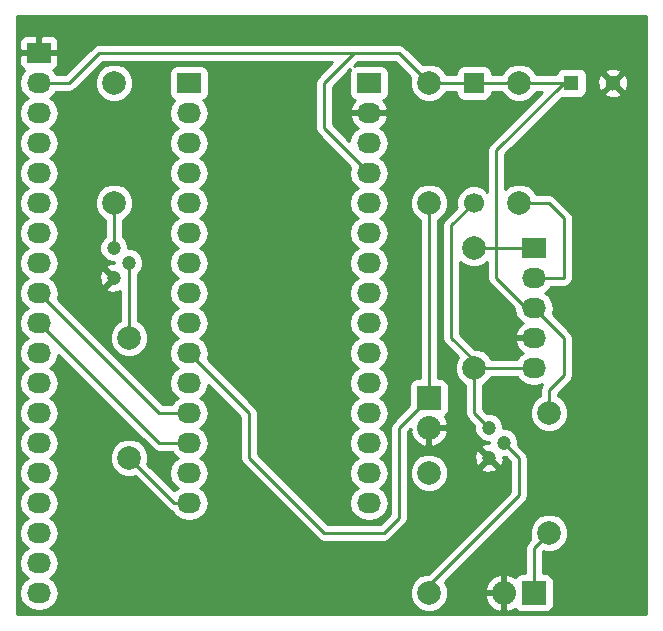
<source format=gtl>
G04 #@! TF.FileFunction,Copper,L1,Top,Signal*
%FSLAX46Y46*%
G04 Gerber Fmt 4.6, Leading zero omitted, Abs format (unit mm)*
G04 Created by KiCad (PCBNEW 4.0.4+e1-6308~48~ubuntu16.04.1-stable) date Mon Oct 24 14:40:12 2016*
%MOMM*%
%LPD*%
G01*
G04 APERTURE LIST*
%ADD10C,0.100000*%
%ADD11R,2.032000X1.727200*%
%ADD12O,2.032000X1.727200*%
%ADD13C,1.998980*%
%ADD14C,1.200000*%
%ADD15R,2.032000X2.032000*%
%ADD16O,2.032000X2.032000*%
%ADD17C,1.699260*%
%ADD18R,1.699260X1.699260*%
%ADD19C,1.300000*%
%ADD20R,1.300000X1.300000*%
%ADD21C,0.250000*%
%ADD22C,0.254000*%
G04 APERTURE END LIST*
D10*
D11*
X31750000Y-76200000D03*
D12*
X31750000Y-78740000D03*
X31750000Y-81280000D03*
X31750000Y-83820000D03*
X31750000Y-86360000D03*
X31750000Y-88900000D03*
X31750000Y-91440000D03*
X31750000Y-93980000D03*
X31750000Y-96520000D03*
X31750000Y-99060000D03*
X31750000Y-101600000D03*
X31750000Y-104140000D03*
X31750000Y-106680000D03*
X31750000Y-109220000D03*
X31750000Y-111760000D03*
X31750000Y-114300000D03*
X31750000Y-116840000D03*
X31750000Y-119380000D03*
X31750000Y-121920000D03*
D13*
X72390000Y-88900000D03*
X72390000Y-78740000D03*
X68580000Y-92710000D03*
X68580000Y-102870000D03*
X64770000Y-121920000D03*
X64770000Y-111760000D03*
X39370000Y-110490000D03*
X39370000Y-100330000D03*
X38100000Y-78740000D03*
X38100000Y-88900000D03*
D14*
X38100000Y-95250000D03*
X39370000Y-93980000D03*
X38100000Y-92710000D03*
D15*
X73660000Y-121920000D03*
D16*
X71120000Y-121920000D03*
D15*
X64770000Y-105410000D03*
D16*
X64770000Y-107950000D03*
D11*
X73660000Y-92710000D03*
D12*
X73660000Y-95250000D03*
X73660000Y-97790000D03*
X73660000Y-100330000D03*
X73660000Y-102870000D03*
D11*
X59690000Y-78740000D03*
D12*
X59690000Y-81280000D03*
X59690000Y-83820000D03*
X59690000Y-86360000D03*
X59690000Y-88900000D03*
X59690000Y-91440000D03*
X59690000Y-93980000D03*
X59690000Y-96520000D03*
X59690000Y-99060000D03*
X59690000Y-101600000D03*
X59690000Y-104140000D03*
X59690000Y-106680000D03*
X59690000Y-109220000D03*
X59690000Y-111760000D03*
X59690000Y-114300000D03*
D11*
X44450000Y-78740000D03*
D12*
X44450000Y-81280000D03*
X44450000Y-83820000D03*
X44450000Y-86360000D03*
X44450000Y-88900000D03*
X44450000Y-91440000D03*
X44450000Y-93980000D03*
X44450000Y-96520000D03*
X44450000Y-99060000D03*
X44450000Y-101600000D03*
X44450000Y-104140000D03*
X44450000Y-106680000D03*
X44450000Y-109220000D03*
X44450000Y-111760000D03*
X44450000Y-114300000D03*
D17*
X68582540Y-88900520D03*
D18*
X68582540Y-78740520D03*
D13*
X74930000Y-106680000D03*
X74930000Y-116840000D03*
X64770000Y-78740000D03*
X64770000Y-88900000D03*
D14*
X69850000Y-110490000D03*
X71120000Y-109220000D03*
X69850000Y-107950000D03*
D19*
X80335000Y-78740000D03*
D20*
X76835000Y-78740000D03*
D21*
X66675000Y-90808060D02*
X68582540Y-88900520D01*
X68582540Y-88900520D02*
X68582540Y-88902540D01*
X66675000Y-100330000D02*
X66675000Y-90808060D01*
X68580000Y-106680000D02*
X69850000Y-107950000D01*
X68580000Y-102870000D02*
X68580000Y-106680000D01*
X68580000Y-102870000D02*
X68580000Y-102235000D01*
X68580000Y-102235000D02*
X66675000Y-100330000D01*
X68580000Y-102870000D02*
X73660000Y-102870000D01*
X44450000Y-106680000D02*
X41910000Y-106680000D01*
X41910000Y-106680000D02*
X31750000Y-96520000D01*
X38100000Y-88900000D02*
X38100000Y-92710000D01*
X70485000Y-92710000D02*
X68580000Y-92710000D01*
X70485000Y-95250000D02*
X70485000Y-92710000D01*
X70485000Y-84455000D02*
X70485000Y-92710000D01*
X73025000Y-97790000D02*
X70485000Y-95250000D01*
X73660000Y-92710000D02*
X70485000Y-92710000D01*
X73660000Y-97790000D02*
X73025000Y-97790000D01*
X76200000Y-100330000D02*
X73660000Y-97790000D01*
X76200000Y-103505000D02*
X76200000Y-100330000D01*
X74930000Y-104775000D02*
X76200000Y-103505000D01*
X31750000Y-78740000D02*
X34290000Y-78740000D01*
X36830000Y-76200000D02*
X58420000Y-76200000D01*
X34290000Y-78740000D02*
X36830000Y-76200000D01*
X55880000Y-78740000D02*
X58420000Y-76200000D01*
X62230000Y-76200000D02*
X64770000Y-78740000D01*
X58420000Y-76200000D02*
X62230000Y-76200000D01*
X55880000Y-82550000D02*
X59690000Y-86360000D01*
X55880000Y-78740000D02*
X55880000Y-82550000D01*
X76835000Y-78740000D02*
X76200000Y-78740000D01*
X76200000Y-78740000D02*
X70485000Y-84455000D01*
X68582540Y-78740520D02*
X72389480Y-78740520D01*
X64770000Y-78740000D02*
X68582020Y-78740000D01*
X68582020Y-78740000D02*
X68582540Y-78740520D01*
X68582020Y-78740000D02*
X68582540Y-78740520D01*
X74930000Y-106680000D02*
X74930000Y-104775000D01*
X72390000Y-78740000D02*
X76835000Y-78740000D01*
X72389480Y-78740520D02*
X72390000Y-78740000D01*
X72389480Y-78740520D02*
X72390000Y-78740000D01*
X39370000Y-93980000D02*
X39370000Y-100330000D01*
X73660000Y-118110000D02*
X74930000Y-116840000D01*
X73660000Y-121920000D02*
X73660000Y-118110000D01*
X64770000Y-121920000D02*
X64770000Y-121285000D01*
X64770000Y-121285000D02*
X72390000Y-113665000D01*
X72390000Y-113665000D02*
X72390000Y-110490000D01*
X72390000Y-110490000D02*
X71120000Y-109220000D01*
X72390000Y-88900000D02*
X74930000Y-88900000D01*
X74930000Y-88900000D02*
X76200000Y-90170000D01*
X76200000Y-90170000D02*
X76200000Y-95250000D01*
X76200000Y-95250000D02*
X73660000Y-95250000D01*
X64770000Y-105410000D02*
X64770000Y-88900000D01*
X64770000Y-105410000D02*
X62230000Y-107950000D01*
X62230000Y-107950000D02*
X62230000Y-115570000D01*
X62230000Y-115570000D02*
X60960000Y-116840000D01*
X60960000Y-116840000D02*
X55880000Y-116840000D01*
X55880000Y-116840000D02*
X49530000Y-110490000D01*
X49530000Y-110490000D02*
X49530000Y-106680000D01*
X49530000Y-106680000D02*
X44450000Y-101600000D01*
X44450000Y-114300000D02*
X43180000Y-114300000D01*
X43180000Y-114300000D02*
X39370000Y-110490000D01*
X44450000Y-109220000D02*
X41910000Y-109220000D01*
X41910000Y-109220000D02*
X31750000Y-99060000D01*
D22*
G36*
X83110000Y-123750000D02*
X29920000Y-123750000D01*
X29920000Y-78740000D01*
X30066655Y-78740000D01*
X30180729Y-79313489D01*
X30505585Y-79799670D01*
X30820366Y-80010000D01*
X30505585Y-80220330D01*
X30180729Y-80706511D01*
X30066655Y-81280000D01*
X30180729Y-81853489D01*
X30505585Y-82339670D01*
X30820366Y-82550000D01*
X30505585Y-82760330D01*
X30180729Y-83246511D01*
X30066655Y-83820000D01*
X30180729Y-84393489D01*
X30505585Y-84879670D01*
X30820366Y-85090000D01*
X30505585Y-85300330D01*
X30180729Y-85786511D01*
X30066655Y-86360000D01*
X30180729Y-86933489D01*
X30505585Y-87419670D01*
X30820366Y-87630000D01*
X30505585Y-87840330D01*
X30180729Y-88326511D01*
X30066655Y-88900000D01*
X30180729Y-89473489D01*
X30505585Y-89959670D01*
X30820366Y-90170000D01*
X30505585Y-90380330D01*
X30180729Y-90866511D01*
X30066655Y-91440000D01*
X30180729Y-92013489D01*
X30505585Y-92499670D01*
X30820366Y-92710000D01*
X30505585Y-92920330D01*
X30180729Y-93406511D01*
X30066655Y-93980000D01*
X30180729Y-94553489D01*
X30505585Y-95039670D01*
X30820366Y-95250000D01*
X30505585Y-95460330D01*
X30180729Y-95946511D01*
X30066655Y-96520000D01*
X30180729Y-97093489D01*
X30505585Y-97579670D01*
X30820366Y-97790000D01*
X30505585Y-98000330D01*
X30180729Y-98486511D01*
X30066655Y-99060000D01*
X30180729Y-99633489D01*
X30505585Y-100119670D01*
X30820366Y-100330000D01*
X30505585Y-100540330D01*
X30180729Y-101026511D01*
X30066655Y-101600000D01*
X30180729Y-102173489D01*
X30505585Y-102659670D01*
X30820366Y-102870000D01*
X30505585Y-103080330D01*
X30180729Y-103566511D01*
X30066655Y-104140000D01*
X30180729Y-104713489D01*
X30505585Y-105199670D01*
X30820366Y-105410000D01*
X30505585Y-105620330D01*
X30180729Y-106106511D01*
X30066655Y-106680000D01*
X30180729Y-107253489D01*
X30505585Y-107739670D01*
X30820366Y-107950000D01*
X30505585Y-108160330D01*
X30180729Y-108646511D01*
X30066655Y-109220000D01*
X30180729Y-109793489D01*
X30505585Y-110279670D01*
X30820366Y-110490000D01*
X30505585Y-110700330D01*
X30180729Y-111186511D01*
X30066655Y-111760000D01*
X30180729Y-112333489D01*
X30505585Y-112819670D01*
X30820366Y-113030000D01*
X30505585Y-113240330D01*
X30180729Y-113726511D01*
X30066655Y-114300000D01*
X30180729Y-114873489D01*
X30505585Y-115359670D01*
X30820366Y-115570000D01*
X30505585Y-115780330D01*
X30180729Y-116266511D01*
X30066655Y-116840000D01*
X30180729Y-117413489D01*
X30505585Y-117899670D01*
X30820366Y-118110000D01*
X30505585Y-118320330D01*
X30180729Y-118806511D01*
X30066655Y-119380000D01*
X30180729Y-119953489D01*
X30505585Y-120439670D01*
X30820366Y-120650000D01*
X30505585Y-120860330D01*
X30180729Y-121346511D01*
X30066655Y-121920000D01*
X30180729Y-122493489D01*
X30505585Y-122979670D01*
X30991766Y-123304526D01*
X31565255Y-123418600D01*
X31934745Y-123418600D01*
X32508234Y-123304526D01*
X32994415Y-122979670D01*
X33319271Y-122493489D01*
X33433345Y-121920000D01*
X33319271Y-121346511D01*
X32994415Y-120860330D01*
X32679634Y-120650000D01*
X32994415Y-120439670D01*
X33319271Y-119953489D01*
X33433345Y-119380000D01*
X33319271Y-118806511D01*
X32994415Y-118320330D01*
X32679634Y-118110000D01*
X32994415Y-117899670D01*
X33319271Y-117413489D01*
X33433345Y-116840000D01*
X33319271Y-116266511D01*
X32994415Y-115780330D01*
X32679634Y-115570000D01*
X32994415Y-115359670D01*
X33319271Y-114873489D01*
X33433345Y-114300000D01*
X33319271Y-113726511D01*
X32994415Y-113240330D01*
X32679634Y-113030000D01*
X32994415Y-112819670D01*
X33319271Y-112333489D01*
X33433345Y-111760000D01*
X33319271Y-111186511D01*
X32994415Y-110700330D01*
X32679634Y-110490000D01*
X32994415Y-110279670D01*
X33319271Y-109793489D01*
X33433345Y-109220000D01*
X33319271Y-108646511D01*
X32994415Y-108160330D01*
X32679634Y-107950000D01*
X32994415Y-107739670D01*
X33319271Y-107253489D01*
X33433345Y-106680000D01*
X33319271Y-106106511D01*
X32994415Y-105620330D01*
X32679634Y-105410000D01*
X32994415Y-105199670D01*
X33319271Y-104713489D01*
X33433345Y-104140000D01*
X33319271Y-103566511D01*
X32994415Y-103080330D01*
X32679634Y-102870000D01*
X32994415Y-102659670D01*
X33319271Y-102173489D01*
X33397152Y-101781954D01*
X41372599Y-109757401D01*
X41619161Y-109922148D01*
X41910000Y-109980000D01*
X43005352Y-109980000D01*
X43205585Y-110279670D01*
X43520366Y-110490000D01*
X43205585Y-110700330D01*
X42880729Y-111186511D01*
X42766655Y-111760000D01*
X42880729Y-112333489D01*
X43205585Y-112819670D01*
X43520366Y-113030000D01*
X43205585Y-113240330D01*
X43201398Y-113246596D01*
X40935885Y-110981083D01*
X41004206Y-110816547D01*
X41004774Y-110166306D01*
X40756462Y-109565345D01*
X40297073Y-109105154D01*
X39696547Y-108855794D01*
X39046306Y-108855226D01*
X38445345Y-109103538D01*
X37985154Y-109562927D01*
X37735794Y-110163453D01*
X37735226Y-110813694D01*
X37983538Y-111414655D01*
X38442927Y-111874846D01*
X39043453Y-112124206D01*
X39693694Y-112124774D01*
X39860889Y-112055691D01*
X42642599Y-114837401D01*
X42889161Y-115002148D01*
X42978581Y-115019935D01*
X43205585Y-115359670D01*
X43691766Y-115684526D01*
X44265255Y-115798600D01*
X44634745Y-115798600D01*
X45208234Y-115684526D01*
X45694415Y-115359670D01*
X46019271Y-114873489D01*
X46133345Y-114300000D01*
X46019271Y-113726511D01*
X45694415Y-113240330D01*
X45379634Y-113030000D01*
X45694415Y-112819670D01*
X46019271Y-112333489D01*
X46133345Y-111760000D01*
X46019271Y-111186511D01*
X45694415Y-110700330D01*
X45379634Y-110490000D01*
X45694415Y-110279670D01*
X46019271Y-109793489D01*
X46133345Y-109220000D01*
X46019271Y-108646511D01*
X45694415Y-108160330D01*
X45379634Y-107950000D01*
X45694415Y-107739670D01*
X46019271Y-107253489D01*
X46133345Y-106680000D01*
X46019271Y-106106511D01*
X45694415Y-105620330D01*
X45379634Y-105410000D01*
X45694415Y-105199670D01*
X46019271Y-104713489D01*
X46097152Y-104321954D01*
X48770000Y-106994802D01*
X48770000Y-110490000D01*
X48827852Y-110780839D01*
X48992599Y-111027401D01*
X55342599Y-117377401D01*
X55589161Y-117542148D01*
X55880000Y-117600000D01*
X60960000Y-117600000D01*
X61250839Y-117542148D01*
X61497401Y-117377401D01*
X62767401Y-116107401D01*
X62932148Y-115860840D01*
X62990000Y-115570000D01*
X62990000Y-112083694D01*
X63135226Y-112083694D01*
X63383538Y-112684655D01*
X63842927Y-113144846D01*
X64443453Y-113394206D01*
X65093694Y-113394774D01*
X65694655Y-113146462D01*
X66154846Y-112687073D01*
X66404206Y-112086547D01*
X66404774Y-111436306D01*
X66370244Y-111352735D01*
X69166870Y-111352735D01*
X69216383Y-111578164D01*
X69681036Y-111737807D01*
X70171413Y-111707482D01*
X70483617Y-111578164D01*
X70533130Y-111352735D01*
X69850000Y-110669605D01*
X69166870Y-111352735D01*
X66370244Y-111352735D01*
X66156462Y-110835345D01*
X65697073Y-110375154D01*
X65566743Y-110321036D01*
X68602193Y-110321036D01*
X68632518Y-110811413D01*
X68761836Y-111123617D01*
X68987265Y-111173130D01*
X69670395Y-110490000D01*
X68987265Y-109806870D01*
X68761836Y-109856383D01*
X68602193Y-110321036D01*
X65566743Y-110321036D01*
X65096547Y-110125794D01*
X64446306Y-110125226D01*
X63845345Y-110373538D01*
X63385154Y-110832927D01*
X63135794Y-111433453D01*
X63135226Y-112083694D01*
X62990000Y-112083694D01*
X62990000Y-108264802D01*
X63177800Y-108077002D01*
X63282632Y-108077002D01*
X63164017Y-108332946D01*
X63432812Y-108918379D01*
X63905182Y-109356385D01*
X64387056Y-109555975D01*
X64643000Y-109436836D01*
X64643000Y-108077000D01*
X64897000Y-108077000D01*
X64897000Y-109436836D01*
X65152944Y-109555975D01*
X65634818Y-109356385D01*
X66107188Y-108918379D01*
X66375983Y-108332946D01*
X66257367Y-108077000D01*
X64897000Y-108077000D01*
X64643000Y-108077000D01*
X64623000Y-108077000D01*
X64623000Y-107823000D01*
X64643000Y-107823000D01*
X64643000Y-107803000D01*
X64897000Y-107803000D01*
X64897000Y-107823000D01*
X66257367Y-107823000D01*
X66375983Y-107567054D01*
X66107188Y-106981621D01*
X66102276Y-106977066D01*
X66237441Y-106890090D01*
X66382431Y-106677890D01*
X66433440Y-106426000D01*
X66433440Y-104394000D01*
X66389162Y-104158683D01*
X66250090Y-103942559D01*
X66037890Y-103797569D01*
X65786000Y-103746560D01*
X65530000Y-103746560D01*
X65530000Y-90354496D01*
X65694655Y-90286462D01*
X66154846Y-89827073D01*
X66404206Y-89226547D01*
X66404774Y-88576306D01*
X66156462Y-87975345D01*
X65697073Y-87515154D01*
X65096547Y-87265794D01*
X64446306Y-87265226D01*
X63845345Y-87513538D01*
X63385154Y-87972927D01*
X63135794Y-88573453D01*
X63135226Y-89223694D01*
X63383538Y-89824655D01*
X63842927Y-90284846D01*
X64010000Y-90354221D01*
X64010000Y-103746560D01*
X63754000Y-103746560D01*
X63518683Y-103790838D01*
X63302559Y-103929910D01*
X63157569Y-104142110D01*
X63106560Y-104394000D01*
X63106560Y-105998638D01*
X61692599Y-107412599D01*
X61527852Y-107659161D01*
X61470000Y-107950000D01*
X61470000Y-115255198D01*
X60645198Y-116080000D01*
X56194802Y-116080000D01*
X50290000Y-110175198D01*
X50290000Y-106680000D01*
X50232148Y-106389161D01*
X50067401Y-106142599D01*
X46032381Y-102107579D01*
X46133345Y-101600000D01*
X46019271Y-101026511D01*
X45694415Y-100540330D01*
X45379634Y-100330000D01*
X45694415Y-100119670D01*
X46019271Y-99633489D01*
X46133345Y-99060000D01*
X46019271Y-98486511D01*
X45694415Y-98000330D01*
X45379634Y-97790000D01*
X45694415Y-97579670D01*
X46019271Y-97093489D01*
X46133345Y-96520000D01*
X46019271Y-95946511D01*
X45694415Y-95460330D01*
X45379634Y-95250000D01*
X45694415Y-95039670D01*
X46019271Y-94553489D01*
X46133345Y-93980000D01*
X46019271Y-93406511D01*
X45694415Y-92920330D01*
X45379634Y-92710000D01*
X45694415Y-92499670D01*
X46019271Y-92013489D01*
X46133345Y-91440000D01*
X46019271Y-90866511D01*
X45694415Y-90380330D01*
X45379634Y-90170000D01*
X45694415Y-89959670D01*
X46019271Y-89473489D01*
X46133345Y-88900000D01*
X46019271Y-88326511D01*
X45694415Y-87840330D01*
X45379634Y-87630000D01*
X45694415Y-87419670D01*
X46019271Y-86933489D01*
X46133345Y-86360000D01*
X46019271Y-85786511D01*
X45694415Y-85300330D01*
X45379634Y-85090000D01*
X45694415Y-84879670D01*
X46019271Y-84393489D01*
X46133345Y-83820000D01*
X46019271Y-83246511D01*
X45694415Y-82760330D01*
X45379634Y-82550000D01*
X45694415Y-82339670D01*
X46019271Y-81853489D01*
X46133345Y-81280000D01*
X46019271Y-80706511D01*
X45694415Y-80220330D01*
X45680087Y-80210757D01*
X45701317Y-80206762D01*
X45917441Y-80067690D01*
X46062431Y-79855490D01*
X46113440Y-79603600D01*
X46113440Y-77876400D01*
X46069162Y-77641083D01*
X45930090Y-77424959D01*
X45717890Y-77279969D01*
X45466000Y-77228960D01*
X43434000Y-77228960D01*
X43198683Y-77273238D01*
X42982559Y-77412310D01*
X42837569Y-77624510D01*
X42786560Y-77876400D01*
X42786560Y-79603600D01*
X42830838Y-79838917D01*
X42969910Y-80055041D01*
X43182110Y-80200031D01*
X43223439Y-80208400D01*
X43205585Y-80220330D01*
X42880729Y-80706511D01*
X42766655Y-81280000D01*
X42880729Y-81853489D01*
X43205585Y-82339670D01*
X43520366Y-82550000D01*
X43205585Y-82760330D01*
X42880729Y-83246511D01*
X42766655Y-83820000D01*
X42880729Y-84393489D01*
X43205585Y-84879670D01*
X43520366Y-85090000D01*
X43205585Y-85300330D01*
X42880729Y-85786511D01*
X42766655Y-86360000D01*
X42880729Y-86933489D01*
X43205585Y-87419670D01*
X43520366Y-87630000D01*
X43205585Y-87840330D01*
X42880729Y-88326511D01*
X42766655Y-88900000D01*
X42880729Y-89473489D01*
X43205585Y-89959670D01*
X43520366Y-90170000D01*
X43205585Y-90380330D01*
X42880729Y-90866511D01*
X42766655Y-91440000D01*
X42880729Y-92013489D01*
X43205585Y-92499670D01*
X43520366Y-92710000D01*
X43205585Y-92920330D01*
X42880729Y-93406511D01*
X42766655Y-93980000D01*
X42880729Y-94553489D01*
X43205585Y-95039670D01*
X43520366Y-95250000D01*
X43205585Y-95460330D01*
X42880729Y-95946511D01*
X42766655Y-96520000D01*
X42880729Y-97093489D01*
X43205585Y-97579670D01*
X43520366Y-97790000D01*
X43205585Y-98000330D01*
X42880729Y-98486511D01*
X42766655Y-99060000D01*
X42880729Y-99633489D01*
X43205585Y-100119670D01*
X43520366Y-100330000D01*
X43205585Y-100540330D01*
X42880729Y-101026511D01*
X42766655Y-101600000D01*
X42880729Y-102173489D01*
X43205585Y-102659670D01*
X43520366Y-102870000D01*
X43205585Y-103080330D01*
X42880729Y-103566511D01*
X42766655Y-104140000D01*
X42880729Y-104713489D01*
X43205585Y-105199670D01*
X43520366Y-105410000D01*
X43205585Y-105620330D01*
X43005352Y-105920000D01*
X42224802Y-105920000D01*
X33332381Y-97027579D01*
X33433345Y-96520000D01*
X33319271Y-95946511D01*
X32994415Y-95460330D01*
X32679634Y-95250000D01*
X32932506Y-95081036D01*
X36852193Y-95081036D01*
X36882518Y-95571413D01*
X37011836Y-95883617D01*
X37237265Y-95933130D01*
X37920395Y-95250000D01*
X37237265Y-94566870D01*
X37011836Y-94616383D01*
X36852193Y-95081036D01*
X32932506Y-95081036D01*
X32994415Y-95039670D01*
X33319271Y-94553489D01*
X33433345Y-93980000D01*
X33319271Y-93406511D01*
X32994415Y-92920330D01*
X32679634Y-92710000D01*
X32994415Y-92499670D01*
X33319271Y-92013489D01*
X33433345Y-91440000D01*
X33319271Y-90866511D01*
X32994415Y-90380330D01*
X32679634Y-90170000D01*
X32994415Y-89959670D01*
X33319271Y-89473489D01*
X33368958Y-89223694D01*
X36465226Y-89223694D01*
X36713538Y-89824655D01*
X37172927Y-90284846D01*
X37340000Y-90354221D01*
X37340000Y-91723644D01*
X37053629Y-92009515D01*
X36865215Y-92463266D01*
X36864786Y-92954579D01*
X37052408Y-93408657D01*
X37399515Y-93756371D01*
X37853266Y-93944785D01*
X38135030Y-93945031D01*
X38134973Y-94010479D01*
X37778587Y-94032518D01*
X37466383Y-94161836D01*
X37416870Y-94387265D01*
X38100000Y-95070395D01*
X38114143Y-95056253D01*
X38293748Y-95235858D01*
X38279605Y-95250000D01*
X38293748Y-95264143D01*
X38114143Y-95443748D01*
X38100000Y-95429605D01*
X37416870Y-96112735D01*
X37466383Y-96338164D01*
X37931036Y-96497807D01*
X38421413Y-96467482D01*
X38610000Y-96389367D01*
X38610000Y-98875504D01*
X38445345Y-98943538D01*
X37985154Y-99402927D01*
X37735794Y-100003453D01*
X37735226Y-100653694D01*
X37983538Y-101254655D01*
X38442927Y-101714846D01*
X39043453Y-101964206D01*
X39693694Y-101964774D01*
X40294655Y-101716462D01*
X40754846Y-101257073D01*
X41004206Y-100656547D01*
X41004774Y-100006306D01*
X40756462Y-99405345D01*
X40297073Y-98945154D01*
X40130000Y-98875779D01*
X40130000Y-94966356D01*
X40416371Y-94680485D01*
X40604785Y-94226734D01*
X40605214Y-93735421D01*
X40417592Y-93281343D01*
X40070485Y-92933629D01*
X39616734Y-92745215D01*
X39334970Y-92744969D01*
X39335214Y-92465421D01*
X39147592Y-92011343D01*
X38860000Y-91723248D01*
X38860000Y-90354496D01*
X39024655Y-90286462D01*
X39484846Y-89827073D01*
X39734206Y-89226547D01*
X39734774Y-88576306D01*
X39486462Y-87975345D01*
X39027073Y-87515154D01*
X38426547Y-87265794D01*
X37776306Y-87265226D01*
X37175345Y-87513538D01*
X36715154Y-87972927D01*
X36465794Y-88573453D01*
X36465226Y-89223694D01*
X33368958Y-89223694D01*
X33433345Y-88900000D01*
X33319271Y-88326511D01*
X32994415Y-87840330D01*
X32679634Y-87630000D01*
X32994415Y-87419670D01*
X33319271Y-86933489D01*
X33433345Y-86360000D01*
X33319271Y-85786511D01*
X32994415Y-85300330D01*
X32679634Y-85090000D01*
X32994415Y-84879670D01*
X33319271Y-84393489D01*
X33433345Y-83820000D01*
X33319271Y-83246511D01*
X32994415Y-82760330D01*
X32679634Y-82550000D01*
X32994415Y-82339670D01*
X33319271Y-81853489D01*
X33433345Y-81280000D01*
X33319271Y-80706511D01*
X32994415Y-80220330D01*
X32679634Y-80010000D01*
X32994415Y-79799670D01*
X33194648Y-79500000D01*
X34290000Y-79500000D01*
X34580839Y-79442148D01*
X34827401Y-79277401D01*
X35041108Y-79063694D01*
X36465226Y-79063694D01*
X36713538Y-79664655D01*
X37172927Y-80124846D01*
X37773453Y-80374206D01*
X38423694Y-80374774D01*
X39024655Y-80126462D01*
X39484846Y-79667073D01*
X39734206Y-79066547D01*
X39734774Y-78416306D01*
X39486462Y-77815345D01*
X39027073Y-77355154D01*
X38426547Y-77105794D01*
X37776306Y-77105226D01*
X37175345Y-77353538D01*
X36715154Y-77812927D01*
X36465794Y-78413453D01*
X36465226Y-79063694D01*
X35041108Y-79063694D01*
X37144802Y-76960000D01*
X56585198Y-76960000D01*
X55342599Y-78202599D01*
X55177852Y-78449161D01*
X55120000Y-78740000D01*
X55120000Y-82550000D01*
X55177852Y-82840839D01*
X55342599Y-83087401D01*
X58107619Y-85852421D01*
X58006655Y-86360000D01*
X58120729Y-86933489D01*
X58445585Y-87419670D01*
X58760366Y-87630000D01*
X58445585Y-87840330D01*
X58120729Y-88326511D01*
X58006655Y-88900000D01*
X58120729Y-89473489D01*
X58445585Y-89959670D01*
X58760366Y-90170000D01*
X58445585Y-90380330D01*
X58120729Y-90866511D01*
X58006655Y-91440000D01*
X58120729Y-92013489D01*
X58445585Y-92499670D01*
X58760366Y-92710000D01*
X58445585Y-92920330D01*
X58120729Y-93406511D01*
X58006655Y-93980000D01*
X58120729Y-94553489D01*
X58445585Y-95039670D01*
X58760366Y-95250000D01*
X58445585Y-95460330D01*
X58120729Y-95946511D01*
X58006655Y-96520000D01*
X58120729Y-97093489D01*
X58445585Y-97579670D01*
X58760366Y-97790000D01*
X58445585Y-98000330D01*
X58120729Y-98486511D01*
X58006655Y-99060000D01*
X58120729Y-99633489D01*
X58445585Y-100119670D01*
X58760366Y-100330000D01*
X58445585Y-100540330D01*
X58120729Y-101026511D01*
X58006655Y-101600000D01*
X58120729Y-102173489D01*
X58445585Y-102659670D01*
X58760366Y-102870000D01*
X58445585Y-103080330D01*
X58120729Y-103566511D01*
X58006655Y-104140000D01*
X58120729Y-104713489D01*
X58445585Y-105199670D01*
X58760366Y-105410000D01*
X58445585Y-105620330D01*
X58120729Y-106106511D01*
X58006655Y-106680000D01*
X58120729Y-107253489D01*
X58445585Y-107739670D01*
X58760366Y-107950000D01*
X58445585Y-108160330D01*
X58120729Y-108646511D01*
X58006655Y-109220000D01*
X58120729Y-109793489D01*
X58445585Y-110279670D01*
X58760366Y-110490000D01*
X58445585Y-110700330D01*
X58120729Y-111186511D01*
X58006655Y-111760000D01*
X58120729Y-112333489D01*
X58445585Y-112819670D01*
X58760366Y-113030000D01*
X58445585Y-113240330D01*
X58120729Y-113726511D01*
X58006655Y-114300000D01*
X58120729Y-114873489D01*
X58445585Y-115359670D01*
X58931766Y-115684526D01*
X59505255Y-115798600D01*
X59874745Y-115798600D01*
X60448234Y-115684526D01*
X60934415Y-115359670D01*
X61259271Y-114873489D01*
X61373345Y-114300000D01*
X61259271Y-113726511D01*
X60934415Y-113240330D01*
X60619634Y-113030000D01*
X60934415Y-112819670D01*
X61259271Y-112333489D01*
X61373345Y-111760000D01*
X61259271Y-111186511D01*
X60934415Y-110700330D01*
X60619634Y-110490000D01*
X60934415Y-110279670D01*
X61259271Y-109793489D01*
X61373345Y-109220000D01*
X61259271Y-108646511D01*
X60934415Y-108160330D01*
X60619634Y-107950000D01*
X60934415Y-107739670D01*
X61259271Y-107253489D01*
X61373345Y-106680000D01*
X61259271Y-106106511D01*
X60934415Y-105620330D01*
X60619634Y-105410000D01*
X60934415Y-105199670D01*
X61259271Y-104713489D01*
X61373345Y-104140000D01*
X61259271Y-103566511D01*
X60934415Y-103080330D01*
X60619634Y-102870000D01*
X60934415Y-102659670D01*
X61259271Y-102173489D01*
X61373345Y-101600000D01*
X61259271Y-101026511D01*
X60934415Y-100540330D01*
X60619634Y-100330000D01*
X60934415Y-100119670D01*
X61259271Y-99633489D01*
X61373345Y-99060000D01*
X61259271Y-98486511D01*
X60934415Y-98000330D01*
X60619634Y-97790000D01*
X60934415Y-97579670D01*
X61259271Y-97093489D01*
X61373345Y-96520000D01*
X61259271Y-95946511D01*
X60934415Y-95460330D01*
X60619634Y-95250000D01*
X60934415Y-95039670D01*
X61259271Y-94553489D01*
X61373345Y-93980000D01*
X61259271Y-93406511D01*
X60934415Y-92920330D01*
X60619634Y-92710000D01*
X60934415Y-92499670D01*
X61259271Y-92013489D01*
X61373345Y-91440000D01*
X61259271Y-90866511D01*
X60934415Y-90380330D01*
X60619634Y-90170000D01*
X60934415Y-89959670D01*
X61259271Y-89473489D01*
X61373345Y-88900000D01*
X61259271Y-88326511D01*
X60934415Y-87840330D01*
X60619634Y-87630000D01*
X60934415Y-87419670D01*
X61259271Y-86933489D01*
X61373345Y-86360000D01*
X61259271Y-85786511D01*
X60934415Y-85300330D01*
X60619634Y-85090000D01*
X60934415Y-84879670D01*
X61259271Y-84393489D01*
X61373345Y-83820000D01*
X61259271Y-83246511D01*
X60934415Y-82760330D01*
X60624931Y-82553539D01*
X61040732Y-82182036D01*
X61294709Y-81654791D01*
X61297358Y-81639026D01*
X61176217Y-81407000D01*
X59817000Y-81407000D01*
X59817000Y-81427000D01*
X59563000Y-81427000D01*
X59563000Y-81407000D01*
X58203783Y-81407000D01*
X58082642Y-81639026D01*
X58085291Y-81654791D01*
X58339268Y-82182036D01*
X58755069Y-82553539D01*
X58445585Y-82760330D01*
X58120729Y-83246511D01*
X58042848Y-83638046D01*
X56640000Y-82235198D01*
X56640000Y-79054802D01*
X58093267Y-77601535D01*
X58077569Y-77624510D01*
X58026560Y-77876400D01*
X58026560Y-79603600D01*
X58070838Y-79838917D01*
X58209910Y-80055041D01*
X58422110Y-80200031D01*
X58516927Y-80219232D01*
X58339268Y-80377964D01*
X58085291Y-80905209D01*
X58082642Y-80920974D01*
X58203783Y-81153000D01*
X59563000Y-81153000D01*
X59563000Y-81133000D01*
X59817000Y-81133000D01*
X59817000Y-81153000D01*
X61176217Y-81153000D01*
X61297358Y-80920974D01*
X61294709Y-80905209D01*
X61040732Y-80377964D01*
X60865155Y-80221093D01*
X60941317Y-80206762D01*
X61157441Y-80067690D01*
X61302431Y-79855490D01*
X61353440Y-79603600D01*
X61353440Y-77876400D01*
X61309162Y-77641083D01*
X61170090Y-77424959D01*
X60957890Y-77279969D01*
X60706000Y-77228960D01*
X58674000Y-77228960D01*
X58438683Y-77273238D01*
X58390666Y-77304136D01*
X58734802Y-76960000D01*
X61915198Y-76960000D01*
X63204115Y-78248917D01*
X63135794Y-78413453D01*
X63135226Y-79063694D01*
X63383538Y-79664655D01*
X63842927Y-80124846D01*
X64443453Y-80374206D01*
X65093694Y-80374774D01*
X65694655Y-80126462D01*
X66154846Y-79667073D01*
X66224221Y-79500000D01*
X67085470Y-79500000D01*
X67085470Y-79590150D01*
X67129748Y-79825467D01*
X67268820Y-80041591D01*
X67481020Y-80186581D01*
X67732910Y-80237590D01*
X69432170Y-80237590D01*
X69667487Y-80193312D01*
X69883611Y-80054240D01*
X70028601Y-79842040D01*
X70079610Y-79590150D01*
X70079610Y-79500520D01*
X70935719Y-79500520D01*
X71003538Y-79664655D01*
X71462927Y-80124846D01*
X72063453Y-80374206D01*
X72713694Y-80374774D01*
X73314655Y-80126462D01*
X73774846Y-79667073D01*
X73844221Y-79500000D01*
X74365197Y-79500000D01*
X69947599Y-83917599D01*
X69782852Y-84164161D01*
X69725000Y-84455000D01*
X69725000Y-87943557D01*
X69424614Y-87642646D01*
X68879147Y-87416148D01*
X68288524Y-87415632D01*
X67742663Y-87641178D01*
X67324666Y-88058446D01*
X67098168Y-88603913D01*
X67097652Y-89194536D01*
X67131589Y-89276669D01*
X66137599Y-90270659D01*
X65972852Y-90517221D01*
X65915000Y-90808060D01*
X65915000Y-100330000D01*
X65972852Y-100620839D01*
X66137599Y-100867401D01*
X67204147Y-101933949D01*
X67195154Y-101942927D01*
X66945794Y-102543453D01*
X66945226Y-103193694D01*
X67193538Y-103794655D01*
X67652927Y-104254846D01*
X67820000Y-104324221D01*
X67820000Y-106680000D01*
X67877852Y-106970839D01*
X68042599Y-107217401D01*
X68615139Y-107789941D01*
X68614786Y-108194579D01*
X68802408Y-108648657D01*
X69149515Y-108996371D01*
X69603266Y-109184785D01*
X69885030Y-109185031D01*
X69884973Y-109250479D01*
X69528587Y-109272518D01*
X69216383Y-109401836D01*
X69166870Y-109627265D01*
X69850000Y-110310395D01*
X69864143Y-110296253D01*
X70043748Y-110475858D01*
X70029605Y-110490000D01*
X70712735Y-111173130D01*
X70938164Y-111123617D01*
X71097807Y-110658964D01*
X71085192Y-110454970D01*
X71280338Y-110455140D01*
X71630000Y-110804802D01*
X71630000Y-113350198D01*
X64694755Y-120285443D01*
X64446306Y-120285226D01*
X63845345Y-120533538D01*
X63385154Y-120992927D01*
X63135794Y-121593453D01*
X63135226Y-122243694D01*
X63383538Y-122844655D01*
X63842927Y-123304846D01*
X64443453Y-123554206D01*
X65093694Y-123554774D01*
X65694655Y-123306462D01*
X66154846Y-122847073D01*
X66380787Y-122302944D01*
X69514025Y-122302944D01*
X69713615Y-122784818D01*
X70151621Y-123257188D01*
X70737054Y-123525983D01*
X70993000Y-123407367D01*
X70993000Y-122047000D01*
X69633164Y-122047000D01*
X69514025Y-122302944D01*
X66380787Y-122302944D01*
X66404206Y-122246547D01*
X66404774Y-121596306D01*
X66380293Y-121537056D01*
X69514025Y-121537056D01*
X69633164Y-121793000D01*
X70993000Y-121793000D01*
X70993000Y-120432633D01*
X71247000Y-120432633D01*
X71247000Y-121793000D01*
X71267000Y-121793000D01*
X71267000Y-122047000D01*
X71247000Y-122047000D01*
X71247000Y-123407367D01*
X71502946Y-123525983D01*
X72088379Y-123257188D01*
X72092934Y-123252276D01*
X72179910Y-123387441D01*
X72392110Y-123532431D01*
X72644000Y-123583440D01*
X74676000Y-123583440D01*
X74911317Y-123539162D01*
X75127441Y-123400090D01*
X75272431Y-123187890D01*
X75323440Y-122936000D01*
X75323440Y-120904000D01*
X75279162Y-120668683D01*
X75140090Y-120452559D01*
X74927890Y-120307569D01*
X74676000Y-120256560D01*
X74420000Y-120256560D01*
X74420000Y-118424802D01*
X74438917Y-118405885D01*
X74603453Y-118474206D01*
X75253694Y-118474774D01*
X75854655Y-118226462D01*
X76314846Y-117767073D01*
X76564206Y-117166547D01*
X76564774Y-116516306D01*
X76316462Y-115915345D01*
X75857073Y-115455154D01*
X75256547Y-115205794D01*
X74606306Y-115205226D01*
X74005345Y-115453538D01*
X73545154Y-115912927D01*
X73295794Y-116513453D01*
X73295226Y-117163694D01*
X73364309Y-117330889D01*
X73122599Y-117572599D01*
X72957852Y-117819161D01*
X72900000Y-118110000D01*
X72900000Y-120256560D01*
X72644000Y-120256560D01*
X72408683Y-120300838D01*
X72192559Y-120439910D01*
X72092144Y-120586872D01*
X72088379Y-120582812D01*
X71502946Y-120314017D01*
X71247000Y-120432633D01*
X70993000Y-120432633D01*
X70737054Y-120314017D01*
X70151621Y-120582812D01*
X69713615Y-121055182D01*
X69514025Y-121537056D01*
X66380293Y-121537056D01*
X66156462Y-120995345D01*
X66145469Y-120984333D01*
X72927401Y-114202401D01*
X73092148Y-113955840D01*
X73150000Y-113665000D01*
X73150000Y-110490000D01*
X73114274Y-110310395D01*
X73092148Y-110199160D01*
X72927401Y-109952599D01*
X72354861Y-109380059D01*
X72355214Y-108975421D01*
X72167592Y-108521343D01*
X71820485Y-108173629D01*
X71366734Y-107985215D01*
X71084970Y-107984969D01*
X71085214Y-107705421D01*
X70897592Y-107251343D01*
X70550485Y-106903629D01*
X70096734Y-106715215D01*
X69689662Y-106714860D01*
X69340000Y-106365198D01*
X69340000Y-104324496D01*
X69504655Y-104256462D01*
X69964846Y-103797073D01*
X70034221Y-103630000D01*
X72215352Y-103630000D01*
X72415585Y-103929670D01*
X72901766Y-104254526D01*
X73475255Y-104368600D01*
X73844745Y-104368600D01*
X74375626Y-104263001D01*
X74227852Y-104484161D01*
X74170000Y-104775000D01*
X74170000Y-105225504D01*
X74005345Y-105293538D01*
X73545154Y-105752927D01*
X73295794Y-106353453D01*
X73295226Y-107003694D01*
X73543538Y-107604655D01*
X74002927Y-108064846D01*
X74603453Y-108314206D01*
X75253694Y-108314774D01*
X75854655Y-108066462D01*
X76314846Y-107607073D01*
X76564206Y-107006547D01*
X76564774Y-106356306D01*
X76316462Y-105755345D01*
X75857073Y-105295154D01*
X75690000Y-105225779D01*
X75690000Y-105089802D01*
X76737401Y-104042401D01*
X76902148Y-103795840D01*
X76960000Y-103505000D01*
X76960000Y-100330000D01*
X76902148Y-100039161D01*
X76902148Y-100039160D01*
X76737401Y-99792599D01*
X75242381Y-98297579D01*
X75343345Y-97790000D01*
X75229271Y-97216511D01*
X74904415Y-96730330D01*
X74589634Y-96520000D01*
X74904415Y-96309670D01*
X75104648Y-96010000D01*
X76200000Y-96010000D01*
X76490839Y-95952148D01*
X76737401Y-95787401D01*
X76902148Y-95540839D01*
X76960000Y-95250000D01*
X76960000Y-90170000D01*
X76935744Y-90048060D01*
X76902148Y-89879160D01*
X76737401Y-89632599D01*
X75467401Y-88362599D01*
X75220839Y-88197852D01*
X74930000Y-88140000D01*
X73844496Y-88140000D01*
X73776462Y-87975345D01*
X73317073Y-87515154D01*
X72716547Y-87265794D01*
X72066306Y-87265226D01*
X71465345Y-87513538D01*
X71245000Y-87733499D01*
X71245000Y-84769802D01*
X76012330Y-80002473D01*
X76185000Y-80037440D01*
X77485000Y-80037440D01*
X77720317Y-79993162D01*
X77936441Y-79854090D01*
X78081431Y-79641890D01*
X78082012Y-79639016D01*
X79615590Y-79639016D01*
X79671271Y-79869611D01*
X80154078Y-80037622D01*
X80664428Y-80008083D01*
X80998729Y-79869611D01*
X81054410Y-79639016D01*
X80335000Y-78919605D01*
X79615590Y-79639016D01*
X78082012Y-79639016D01*
X78132440Y-79390000D01*
X78132440Y-78559078D01*
X79037378Y-78559078D01*
X79066917Y-79069428D01*
X79205389Y-79403729D01*
X79435984Y-79459410D01*
X80155395Y-78740000D01*
X80514605Y-78740000D01*
X81234016Y-79459410D01*
X81464611Y-79403729D01*
X81632622Y-78920922D01*
X81603083Y-78410572D01*
X81464611Y-78076271D01*
X81234016Y-78020590D01*
X80514605Y-78740000D01*
X80155395Y-78740000D01*
X79435984Y-78020590D01*
X79205389Y-78076271D01*
X79037378Y-78559078D01*
X78132440Y-78559078D01*
X78132440Y-78090000D01*
X78088162Y-77854683D01*
X78079347Y-77840984D01*
X79615590Y-77840984D01*
X80335000Y-78560395D01*
X81054410Y-77840984D01*
X80998729Y-77610389D01*
X80515922Y-77442378D01*
X80005572Y-77471917D01*
X79671271Y-77610389D01*
X79615590Y-77840984D01*
X78079347Y-77840984D01*
X77949090Y-77638559D01*
X77736890Y-77493569D01*
X77485000Y-77442560D01*
X76185000Y-77442560D01*
X75949683Y-77486838D01*
X75733559Y-77625910D01*
X75588569Y-77838110D01*
X75559836Y-77980000D01*
X73844496Y-77980000D01*
X73776462Y-77815345D01*
X73317073Y-77355154D01*
X72716547Y-77105794D01*
X72066306Y-77105226D01*
X71465345Y-77353538D01*
X71005154Y-77812927D01*
X70935563Y-77980520D01*
X70079610Y-77980520D01*
X70079610Y-77890890D01*
X70035332Y-77655573D01*
X69896260Y-77439449D01*
X69684060Y-77294459D01*
X69432170Y-77243450D01*
X67732910Y-77243450D01*
X67497593Y-77287728D01*
X67281469Y-77426800D01*
X67136479Y-77639000D01*
X67085470Y-77890890D01*
X67085470Y-77980000D01*
X66224496Y-77980000D01*
X66156462Y-77815345D01*
X65697073Y-77355154D01*
X65096547Y-77105794D01*
X64446306Y-77105226D01*
X64279111Y-77174309D01*
X62767401Y-75662599D01*
X62520839Y-75497852D01*
X62230000Y-75440000D01*
X36830000Y-75440000D01*
X36587414Y-75488254D01*
X36539160Y-75497852D01*
X36292599Y-75662599D01*
X33975198Y-77980000D01*
X33194648Y-77980000D01*
X32994415Y-77680330D01*
X32972220Y-77665500D01*
X33125699Y-77601927D01*
X33304327Y-77423298D01*
X33401000Y-77189909D01*
X33401000Y-76485750D01*
X33242250Y-76327000D01*
X31877000Y-76327000D01*
X31877000Y-76347000D01*
X31623000Y-76347000D01*
X31623000Y-76327000D01*
X30257750Y-76327000D01*
X30099000Y-76485750D01*
X30099000Y-77189909D01*
X30195673Y-77423298D01*
X30374301Y-77601927D01*
X30527780Y-77665500D01*
X30505585Y-77680330D01*
X30180729Y-78166511D01*
X30066655Y-78740000D01*
X29920000Y-78740000D01*
X29920000Y-75210091D01*
X30099000Y-75210091D01*
X30099000Y-75914250D01*
X30257750Y-76073000D01*
X31623000Y-76073000D01*
X31623000Y-74860150D01*
X31877000Y-74860150D01*
X31877000Y-76073000D01*
X33242250Y-76073000D01*
X33401000Y-75914250D01*
X33401000Y-75210091D01*
X33304327Y-74976702D01*
X33125699Y-74798073D01*
X32892310Y-74701400D01*
X32035750Y-74701400D01*
X31877000Y-74860150D01*
X31623000Y-74860150D01*
X31464250Y-74701400D01*
X30607690Y-74701400D01*
X30374301Y-74798073D01*
X30195673Y-74976702D01*
X30099000Y-75210091D01*
X29920000Y-75210091D01*
X29920000Y-73100000D01*
X83110000Y-73100000D01*
X83110000Y-123750000D01*
X83110000Y-123750000D01*
G37*
X83110000Y-123750000D02*
X29920000Y-123750000D01*
X29920000Y-78740000D01*
X30066655Y-78740000D01*
X30180729Y-79313489D01*
X30505585Y-79799670D01*
X30820366Y-80010000D01*
X30505585Y-80220330D01*
X30180729Y-80706511D01*
X30066655Y-81280000D01*
X30180729Y-81853489D01*
X30505585Y-82339670D01*
X30820366Y-82550000D01*
X30505585Y-82760330D01*
X30180729Y-83246511D01*
X30066655Y-83820000D01*
X30180729Y-84393489D01*
X30505585Y-84879670D01*
X30820366Y-85090000D01*
X30505585Y-85300330D01*
X30180729Y-85786511D01*
X30066655Y-86360000D01*
X30180729Y-86933489D01*
X30505585Y-87419670D01*
X30820366Y-87630000D01*
X30505585Y-87840330D01*
X30180729Y-88326511D01*
X30066655Y-88900000D01*
X30180729Y-89473489D01*
X30505585Y-89959670D01*
X30820366Y-90170000D01*
X30505585Y-90380330D01*
X30180729Y-90866511D01*
X30066655Y-91440000D01*
X30180729Y-92013489D01*
X30505585Y-92499670D01*
X30820366Y-92710000D01*
X30505585Y-92920330D01*
X30180729Y-93406511D01*
X30066655Y-93980000D01*
X30180729Y-94553489D01*
X30505585Y-95039670D01*
X30820366Y-95250000D01*
X30505585Y-95460330D01*
X30180729Y-95946511D01*
X30066655Y-96520000D01*
X30180729Y-97093489D01*
X30505585Y-97579670D01*
X30820366Y-97790000D01*
X30505585Y-98000330D01*
X30180729Y-98486511D01*
X30066655Y-99060000D01*
X30180729Y-99633489D01*
X30505585Y-100119670D01*
X30820366Y-100330000D01*
X30505585Y-100540330D01*
X30180729Y-101026511D01*
X30066655Y-101600000D01*
X30180729Y-102173489D01*
X30505585Y-102659670D01*
X30820366Y-102870000D01*
X30505585Y-103080330D01*
X30180729Y-103566511D01*
X30066655Y-104140000D01*
X30180729Y-104713489D01*
X30505585Y-105199670D01*
X30820366Y-105410000D01*
X30505585Y-105620330D01*
X30180729Y-106106511D01*
X30066655Y-106680000D01*
X30180729Y-107253489D01*
X30505585Y-107739670D01*
X30820366Y-107950000D01*
X30505585Y-108160330D01*
X30180729Y-108646511D01*
X30066655Y-109220000D01*
X30180729Y-109793489D01*
X30505585Y-110279670D01*
X30820366Y-110490000D01*
X30505585Y-110700330D01*
X30180729Y-111186511D01*
X30066655Y-111760000D01*
X30180729Y-112333489D01*
X30505585Y-112819670D01*
X30820366Y-113030000D01*
X30505585Y-113240330D01*
X30180729Y-113726511D01*
X30066655Y-114300000D01*
X30180729Y-114873489D01*
X30505585Y-115359670D01*
X30820366Y-115570000D01*
X30505585Y-115780330D01*
X30180729Y-116266511D01*
X30066655Y-116840000D01*
X30180729Y-117413489D01*
X30505585Y-117899670D01*
X30820366Y-118110000D01*
X30505585Y-118320330D01*
X30180729Y-118806511D01*
X30066655Y-119380000D01*
X30180729Y-119953489D01*
X30505585Y-120439670D01*
X30820366Y-120650000D01*
X30505585Y-120860330D01*
X30180729Y-121346511D01*
X30066655Y-121920000D01*
X30180729Y-122493489D01*
X30505585Y-122979670D01*
X30991766Y-123304526D01*
X31565255Y-123418600D01*
X31934745Y-123418600D01*
X32508234Y-123304526D01*
X32994415Y-122979670D01*
X33319271Y-122493489D01*
X33433345Y-121920000D01*
X33319271Y-121346511D01*
X32994415Y-120860330D01*
X32679634Y-120650000D01*
X32994415Y-120439670D01*
X33319271Y-119953489D01*
X33433345Y-119380000D01*
X33319271Y-118806511D01*
X32994415Y-118320330D01*
X32679634Y-118110000D01*
X32994415Y-117899670D01*
X33319271Y-117413489D01*
X33433345Y-116840000D01*
X33319271Y-116266511D01*
X32994415Y-115780330D01*
X32679634Y-115570000D01*
X32994415Y-115359670D01*
X33319271Y-114873489D01*
X33433345Y-114300000D01*
X33319271Y-113726511D01*
X32994415Y-113240330D01*
X32679634Y-113030000D01*
X32994415Y-112819670D01*
X33319271Y-112333489D01*
X33433345Y-111760000D01*
X33319271Y-111186511D01*
X32994415Y-110700330D01*
X32679634Y-110490000D01*
X32994415Y-110279670D01*
X33319271Y-109793489D01*
X33433345Y-109220000D01*
X33319271Y-108646511D01*
X32994415Y-108160330D01*
X32679634Y-107950000D01*
X32994415Y-107739670D01*
X33319271Y-107253489D01*
X33433345Y-106680000D01*
X33319271Y-106106511D01*
X32994415Y-105620330D01*
X32679634Y-105410000D01*
X32994415Y-105199670D01*
X33319271Y-104713489D01*
X33433345Y-104140000D01*
X33319271Y-103566511D01*
X32994415Y-103080330D01*
X32679634Y-102870000D01*
X32994415Y-102659670D01*
X33319271Y-102173489D01*
X33397152Y-101781954D01*
X41372599Y-109757401D01*
X41619161Y-109922148D01*
X41910000Y-109980000D01*
X43005352Y-109980000D01*
X43205585Y-110279670D01*
X43520366Y-110490000D01*
X43205585Y-110700330D01*
X42880729Y-111186511D01*
X42766655Y-111760000D01*
X42880729Y-112333489D01*
X43205585Y-112819670D01*
X43520366Y-113030000D01*
X43205585Y-113240330D01*
X43201398Y-113246596D01*
X40935885Y-110981083D01*
X41004206Y-110816547D01*
X41004774Y-110166306D01*
X40756462Y-109565345D01*
X40297073Y-109105154D01*
X39696547Y-108855794D01*
X39046306Y-108855226D01*
X38445345Y-109103538D01*
X37985154Y-109562927D01*
X37735794Y-110163453D01*
X37735226Y-110813694D01*
X37983538Y-111414655D01*
X38442927Y-111874846D01*
X39043453Y-112124206D01*
X39693694Y-112124774D01*
X39860889Y-112055691D01*
X42642599Y-114837401D01*
X42889161Y-115002148D01*
X42978581Y-115019935D01*
X43205585Y-115359670D01*
X43691766Y-115684526D01*
X44265255Y-115798600D01*
X44634745Y-115798600D01*
X45208234Y-115684526D01*
X45694415Y-115359670D01*
X46019271Y-114873489D01*
X46133345Y-114300000D01*
X46019271Y-113726511D01*
X45694415Y-113240330D01*
X45379634Y-113030000D01*
X45694415Y-112819670D01*
X46019271Y-112333489D01*
X46133345Y-111760000D01*
X46019271Y-111186511D01*
X45694415Y-110700330D01*
X45379634Y-110490000D01*
X45694415Y-110279670D01*
X46019271Y-109793489D01*
X46133345Y-109220000D01*
X46019271Y-108646511D01*
X45694415Y-108160330D01*
X45379634Y-107950000D01*
X45694415Y-107739670D01*
X46019271Y-107253489D01*
X46133345Y-106680000D01*
X46019271Y-106106511D01*
X45694415Y-105620330D01*
X45379634Y-105410000D01*
X45694415Y-105199670D01*
X46019271Y-104713489D01*
X46097152Y-104321954D01*
X48770000Y-106994802D01*
X48770000Y-110490000D01*
X48827852Y-110780839D01*
X48992599Y-111027401D01*
X55342599Y-117377401D01*
X55589161Y-117542148D01*
X55880000Y-117600000D01*
X60960000Y-117600000D01*
X61250839Y-117542148D01*
X61497401Y-117377401D01*
X62767401Y-116107401D01*
X62932148Y-115860840D01*
X62990000Y-115570000D01*
X62990000Y-112083694D01*
X63135226Y-112083694D01*
X63383538Y-112684655D01*
X63842927Y-113144846D01*
X64443453Y-113394206D01*
X65093694Y-113394774D01*
X65694655Y-113146462D01*
X66154846Y-112687073D01*
X66404206Y-112086547D01*
X66404774Y-111436306D01*
X66370244Y-111352735D01*
X69166870Y-111352735D01*
X69216383Y-111578164D01*
X69681036Y-111737807D01*
X70171413Y-111707482D01*
X70483617Y-111578164D01*
X70533130Y-111352735D01*
X69850000Y-110669605D01*
X69166870Y-111352735D01*
X66370244Y-111352735D01*
X66156462Y-110835345D01*
X65697073Y-110375154D01*
X65566743Y-110321036D01*
X68602193Y-110321036D01*
X68632518Y-110811413D01*
X68761836Y-111123617D01*
X68987265Y-111173130D01*
X69670395Y-110490000D01*
X68987265Y-109806870D01*
X68761836Y-109856383D01*
X68602193Y-110321036D01*
X65566743Y-110321036D01*
X65096547Y-110125794D01*
X64446306Y-110125226D01*
X63845345Y-110373538D01*
X63385154Y-110832927D01*
X63135794Y-111433453D01*
X63135226Y-112083694D01*
X62990000Y-112083694D01*
X62990000Y-108264802D01*
X63177800Y-108077002D01*
X63282632Y-108077002D01*
X63164017Y-108332946D01*
X63432812Y-108918379D01*
X63905182Y-109356385D01*
X64387056Y-109555975D01*
X64643000Y-109436836D01*
X64643000Y-108077000D01*
X64897000Y-108077000D01*
X64897000Y-109436836D01*
X65152944Y-109555975D01*
X65634818Y-109356385D01*
X66107188Y-108918379D01*
X66375983Y-108332946D01*
X66257367Y-108077000D01*
X64897000Y-108077000D01*
X64643000Y-108077000D01*
X64623000Y-108077000D01*
X64623000Y-107823000D01*
X64643000Y-107823000D01*
X64643000Y-107803000D01*
X64897000Y-107803000D01*
X64897000Y-107823000D01*
X66257367Y-107823000D01*
X66375983Y-107567054D01*
X66107188Y-106981621D01*
X66102276Y-106977066D01*
X66237441Y-106890090D01*
X66382431Y-106677890D01*
X66433440Y-106426000D01*
X66433440Y-104394000D01*
X66389162Y-104158683D01*
X66250090Y-103942559D01*
X66037890Y-103797569D01*
X65786000Y-103746560D01*
X65530000Y-103746560D01*
X65530000Y-90354496D01*
X65694655Y-90286462D01*
X66154846Y-89827073D01*
X66404206Y-89226547D01*
X66404774Y-88576306D01*
X66156462Y-87975345D01*
X65697073Y-87515154D01*
X65096547Y-87265794D01*
X64446306Y-87265226D01*
X63845345Y-87513538D01*
X63385154Y-87972927D01*
X63135794Y-88573453D01*
X63135226Y-89223694D01*
X63383538Y-89824655D01*
X63842927Y-90284846D01*
X64010000Y-90354221D01*
X64010000Y-103746560D01*
X63754000Y-103746560D01*
X63518683Y-103790838D01*
X63302559Y-103929910D01*
X63157569Y-104142110D01*
X63106560Y-104394000D01*
X63106560Y-105998638D01*
X61692599Y-107412599D01*
X61527852Y-107659161D01*
X61470000Y-107950000D01*
X61470000Y-115255198D01*
X60645198Y-116080000D01*
X56194802Y-116080000D01*
X50290000Y-110175198D01*
X50290000Y-106680000D01*
X50232148Y-106389161D01*
X50067401Y-106142599D01*
X46032381Y-102107579D01*
X46133345Y-101600000D01*
X46019271Y-101026511D01*
X45694415Y-100540330D01*
X45379634Y-100330000D01*
X45694415Y-100119670D01*
X46019271Y-99633489D01*
X46133345Y-99060000D01*
X46019271Y-98486511D01*
X45694415Y-98000330D01*
X45379634Y-97790000D01*
X45694415Y-97579670D01*
X46019271Y-97093489D01*
X46133345Y-96520000D01*
X46019271Y-95946511D01*
X45694415Y-95460330D01*
X45379634Y-95250000D01*
X45694415Y-95039670D01*
X46019271Y-94553489D01*
X46133345Y-93980000D01*
X46019271Y-93406511D01*
X45694415Y-92920330D01*
X45379634Y-92710000D01*
X45694415Y-92499670D01*
X46019271Y-92013489D01*
X46133345Y-91440000D01*
X46019271Y-90866511D01*
X45694415Y-90380330D01*
X45379634Y-90170000D01*
X45694415Y-89959670D01*
X46019271Y-89473489D01*
X46133345Y-88900000D01*
X46019271Y-88326511D01*
X45694415Y-87840330D01*
X45379634Y-87630000D01*
X45694415Y-87419670D01*
X46019271Y-86933489D01*
X46133345Y-86360000D01*
X46019271Y-85786511D01*
X45694415Y-85300330D01*
X45379634Y-85090000D01*
X45694415Y-84879670D01*
X46019271Y-84393489D01*
X46133345Y-83820000D01*
X46019271Y-83246511D01*
X45694415Y-82760330D01*
X45379634Y-82550000D01*
X45694415Y-82339670D01*
X46019271Y-81853489D01*
X46133345Y-81280000D01*
X46019271Y-80706511D01*
X45694415Y-80220330D01*
X45680087Y-80210757D01*
X45701317Y-80206762D01*
X45917441Y-80067690D01*
X46062431Y-79855490D01*
X46113440Y-79603600D01*
X46113440Y-77876400D01*
X46069162Y-77641083D01*
X45930090Y-77424959D01*
X45717890Y-77279969D01*
X45466000Y-77228960D01*
X43434000Y-77228960D01*
X43198683Y-77273238D01*
X42982559Y-77412310D01*
X42837569Y-77624510D01*
X42786560Y-77876400D01*
X42786560Y-79603600D01*
X42830838Y-79838917D01*
X42969910Y-80055041D01*
X43182110Y-80200031D01*
X43223439Y-80208400D01*
X43205585Y-80220330D01*
X42880729Y-80706511D01*
X42766655Y-81280000D01*
X42880729Y-81853489D01*
X43205585Y-82339670D01*
X43520366Y-82550000D01*
X43205585Y-82760330D01*
X42880729Y-83246511D01*
X42766655Y-83820000D01*
X42880729Y-84393489D01*
X43205585Y-84879670D01*
X43520366Y-85090000D01*
X43205585Y-85300330D01*
X42880729Y-85786511D01*
X42766655Y-86360000D01*
X42880729Y-86933489D01*
X43205585Y-87419670D01*
X43520366Y-87630000D01*
X43205585Y-87840330D01*
X42880729Y-88326511D01*
X42766655Y-88900000D01*
X42880729Y-89473489D01*
X43205585Y-89959670D01*
X43520366Y-90170000D01*
X43205585Y-90380330D01*
X42880729Y-90866511D01*
X42766655Y-91440000D01*
X42880729Y-92013489D01*
X43205585Y-92499670D01*
X43520366Y-92710000D01*
X43205585Y-92920330D01*
X42880729Y-93406511D01*
X42766655Y-93980000D01*
X42880729Y-94553489D01*
X43205585Y-95039670D01*
X43520366Y-95250000D01*
X43205585Y-95460330D01*
X42880729Y-95946511D01*
X42766655Y-96520000D01*
X42880729Y-97093489D01*
X43205585Y-97579670D01*
X43520366Y-97790000D01*
X43205585Y-98000330D01*
X42880729Y-98486511D01*
X42766655Y-99060000D01*
X42880729Y-99633489D01*
X43205585Y-100119670D01*
X43520366Y-100330000D01*
X43205585Y-100540330D01*
X42880729Y-101026511D01*
X42766655Y-101600000D01*
X42880729Y-102173489D01*
X43205585Y-102659670D01*
X43520366Y-102870000D01*
X43205585Y-103080330D01*
X42880729Y-103566511D01*
X42766655Y-104140000D01*
X42880729Y-104713489D01*
X43205585Y-105199670D01*
X43520366Y-105410000D01*
X43205585Y-105620330D01*
X43005352Y-105920000D01*
X42224802Y-105920000D01*
X33332381Y-97027579D01*
X33433345Y-96520000D01*
X33319271Y-95946511D01*
X32994415Y-95460330D01*
X32679634Y-95250000D01*
X32932506Y-95081036D01*
X36852193Y-95081036D01*
X36882518Y-95571413D01*
X37011836Y-95883617D01*
X37237265Y-95933130D01*
X37920395Y-95250000D01*
X37237265Y-94566870D01*
X37011836Y-94616383D01*
X36852193Y-95081036D01*
X32932506Y-95081036D01*
X32994415Y-95039670D01*
X33319271Y-94553489D01*
X33433345Y-93980000D01*
X33319271Y-93406511D01*
X32994415Y-92920330D01*
X32679634Y-92710000D01*
X32994415Y-92499670D01*
X33319271Y-92013489D01*
X33433345Y-91440000D01*
X33319271Y-90866511D01*
X32994415Y-90380330D01*
X32679634Y-90170000D01*
X32994415Y-89959670D01*
X33319271Y-89473489D01*
X33368958Y-89223694D01*
X36465226Y-89223694D01*
X36713538Y-89824655D01*
X37172927Y-90284846D01*
X37340000Y-90354221D01*
X37340000Y-91723644D01*
X37053629Y-92009515D01*
X36865215Y-92463266D01*
X36864786Y-92954579D01*
X37052408Y-93408657D01*
X37399515Y-93756371D01*
X37853266Y-93944785D01*
X38135030Y-93945031D01*
X38134973Y-94010479D01*
X37778587Y-94032518D01*
X37466383Y-94161836D01*
X37416870Y-94387265D01*
X38100000Y-95070395D01*
X38114143Y-95056253D01*
X38293748Y-95235858D01*
X38279605Y-95250000D01*
X38293748Y-95264143D01*
X38114143Y-95443748D01*
X38100000Y-95429605D01*
X37416870Y-96112735D01*
X37466383Y-96338164D01*
X37931036Y-96497807D01*
X38421413Y-96467482D01*
X38610000Y-96389367D01*
X38610000Y-98875504D01*
X38445345Y-98943538D01*
X37985154Y-99402927D01*
X37735794Y-100003453D01*
X37735226Y-100653694D01*
X37983538Y-101254655D01*
X38442927Y-101714846D01*
X39043453Y-101964206D01*
X39693694Y-101964774D01*
X40294655Y-101716462D01*
X40754846Y-101257073D01*
X41004206Y-100656547D01*
X41004774Y-100006306D01*
X40756462Y-99405345D01*
X40297073Y-98945154D01*
X40130000Y-98875779D01*
X40130000Y-94966356D01*
X40416371Y-94680485D01*
X40604785Y-94226734D01*
X40605214Y-93735421D01*
X40417592Y-93281343D01*
X40070485Y-92933629D01*
X39616734Y-92745215D01*
X39334970Y-92744969D01*
X39335214Y-92465421D01*
X39147592Y-92011343D01*
X38860000Y-91723248D01*
X38860000Y-90354496D01*
X39024655Y-90286462D01*
X39484846Y-89827073D01*
X39734206Y-89226547D01*
X39734774Y-88576306D01*
X39486462Y-87975345D01*
X39027073Y-87515154D01*
X38426547Y-87265794D01*
X37776306Y-87265226D01*
X37175345Y-87513538D01*
X36715154Y-87972927D01*
X36465794Y-88573453D01*
X36465226Y-89223694D01*
X33368958Y-89223694D01*
X33433345Y-88900000D01*
X33319271Y-88326511D01*
X32994415Y-87840330D01*
X32679634Y-87630000D01*
X32994415Y-87419670D01*
X33319271Y-86933489D01*
X33433345Y-86360000D01*
X33319271Y-85786511D01*
X32994415Y-85300330D01*
X32679634Y-85090000D01*
X32994415Y-84879670D01*
X33319271Y-84393489D01*
X33433345Y-83820000D01*
X33319271Y-83246511D01*
X32994415Y-82760330D01*
X32679634Y-82550000D01*
X32994415Y-82339670D01*
X33319271Y-81853489D01*
X33433345Y-81280000D01*
X33319271Y-80706511D01*
X32994415Y-80220330D01*
X32679634Y-80010000D01*
X32994415Y-79799670D01*
X33194648Y-79500000D01*
X34290000Y-79500000D01*
X34580839Y-79442148D01*
X34827401Y-79277401D01*
X35041108Y-79063694D01*
X36465226Y-79063694D01*
X36713538Y-79664655D01*
X37172927Y-80124846D01*
X37773453Y-80374206D01*
X38423694Y-80374774D01*
X39024655Y-80126462D01*
X39484846Y-79667073D01*
X39734206Y-79066547D01*
X39734774Y-78416306D01*
X39486462Y-77815345D01*
X39027073Y-77355154D01*
X38426547Y-77105794D01*
X37776306Y-77105226D01*
X37175345Y-77353538D01*
X36715154Y-77812927D01*
X36465794Y-78413453D01*
X36465226Y-79063694D01*
X35041108Y-79063694D01*
X37144802Y-76960000D01*
X56585198Y-76960000D01*
X55342599Y-78202599D01*
X55177852Y-78449161D01*
X55120000Y-78740000D01*
X55120000Y-82550000D01*
X55177852Y-82840839D01*
X55342599Y-83087401D01*
X58107619Y-85852421D01*
X58006655Y-86360000D01*
X58120729Y-86933489D01*
X58445585Y-87419670D01*
X58760366Y-87630000D01*
X58445585Y-87840330D01*
X58120729Y-88326511D01*
X58006655Y-88900000D01*
X58120729Y-89473489D01*
X58445585Y-89959670D01*
X58760366Y-90170000D01*
X58445585Y-90380330D01*
X58120729Y-90866511D01*
X58006655Y-91440000D01*
X58120729Y-92013489D01*
X58445585Y-92499670D01*
X58760366Y-92710000D01*
X58445585Y-92920330D01*
X58120729Y-93406511D01*
X58006655Y-93980000D01*
X58120729Y-94553489D01*
X58445585Y-95039670D01*
X58760366Y-95250000D01*
X58445585Y-95460330D01*
X58120729Y-95946511D01*
X58006655Y-96520000D01*
X58120729Y-97093489D01*
X58445585Y-97579670D01*
X58760366Y-97790000D01*
X58445585Y-98000330D01*
X58120729Y-98486511D01*
X58006655Y-99060000D01*
X58120729Y-99633489D01*
X58445585Y-100119670D01*
X58760366Y-100330000D01*
X58445585Y-100540330D01*
X58120729Y-101026511D01*
X58006655Y-101600000D01*
X58120729Y-102173489D01*
X58445585Y-102659670D01*
X58760366Y-102870000D01*
X58445585Y-103080330D01*
X58120729Y-103566511D01*
X58006655Y-104140000D01*
X58120729Y-104713489D01*
X58445585Y-105199670D01*
X58760366Y-105410000D01*
X58445585Y-105620330D01*
X58120729Y-106106511D01*
X58006655Y-106680000D01*
X58120729Y-107253489D01*
X58445585Y-107739670D01*
X58760366Y-107950000D01*
X58445585Y-108160330D01*
X58120729Y-108646511D01*
X58006655Y-109220000D01*
X58120729Y-109793489D01*
X58445585Y-110279670D01*
X58760366Y-110490000D01*
X58445585Y-110700330D01*
X58120729Y-111186511D01*
X58006655Y-111760000D01*
X58120729Y-112333489D01*
X58445585Y-112819670D01*
X58760366Y-113030000D01*
X58445585Y-113240330D01*
X58120729Y-113726511D01*
X58006655Y-114300000D01*
X58120729Y-114873489D01*
X58445585Y-115359670D01*
X58931766Y-115684526D01*
X59505255Y-115798600D01*
X59874745Y-115798600D01*
X60448234Y-115684526D01*
X60934415Y-115359670D01*
X61259271Y-114873489D01*
X61373345Y-114300000D01*
X61259271Y-113726511D01*
X60934415Y-113240330D01*
X60619634Y-113030000D01*
X60934415Y-112819670D01*
X61259271Y-112333489D01*
X61373345Y-111760000D01*
X61259271Y-111186511D01*
X60934415Y-110700330D01*
X60619634Y-110490000D01*
X60934415Y-110279670D01*
X61259271Y-109793489D01*
X61373345Y-109220000D01*
X61259271Y-108646511D01*
X60934415Y-108160330D01*
X60619634Y-107950000D01*
X60934415Y-107739670D01*
X61259271Y-107253489D01*
X61373345Y-106680000D01*
X61259271Y-106106511D01*
X60934415Y-105620330D01*
X60619634Y-105410000D01*
X60934415Y-105199670D01*
X61259271Y-104713489D01*
X61373345Y-104140000D01*
X61259271Y-103566511D01*
X60934415Y-103080330D01*
X60619634Y-102870000D01*
X60934415Y-102659670D01*
X61259271Y-102173489D01*
X61373345Y-101600000D01*
X61259271Y-101026511D01*
X60934415Y-100540330D01*
X60619634Y-100330000D01*
X60934415Y-100119670D01*
X61259271Y-99633489D01*
X61373345Y-99060000D01*
X61259271Y-98486511D01*
X60934415Y-98000330D01*
X60619634Y-97790000D01*
X60934415Y-97579670D01*
X61259271Y-97093489D01*
X61373345Y-96520000D01*
X61259271Y-95946511D01*
X60934415Y-95460330D01*
X60619634Y-95250000D01*
X60934415Y-95039670D01*
X61259271Y-94553489D01*
X61373345Y-93980000D01*
X61259271Y-93406511D01*
X60934415Y-92920330D01*
X60619634Y-92710000D01*
X60934415Y-92499670D01*
X61259271Y-92013489D01*
X61373345Y-91440000D01*
X61259271Y-90866511D01*
X60934415Y-90380330D01*
X60619634Y-90170000D01*
X60934415Y-89959670D01*
X61259271Y-89473489D01*
X61373345Y-88900000D01*
X61259271Y-88326511D01*
X60934415Y-87840330D01*
X60619634Y-87630000D01*
X60934415Y-87419670D01*
X61259271Y-86933489D01*
X61373345Y-86360000D01*
X61259271Y-85786511D01*
X60934415Y-85300330D01*
X60619634Y-85090000D01*
X60934415Y-84879670D01*
X61259271Y-84393489D01*
X61373345Y-83820000D01*
X61259271Y-83246511D01*
X60934415Y-82760330D01*
X60624931Y-82553539D01*
X61040732Y-82182036D01*
X61294709Y-81654791D01*
X61297358Y-81639026D01*
X61176217Y-81407000D01*
X59817000Y-81407000D01*
X59817000Y-81427000D01*
X59563000Y-81427000D01*
X59563000Y-81407000D01*
X58203783Y-81407000D01*
X58082642Y-81639026D01*
X58085291Y-81654791D01*
X58339268Y-82182036D01*
X58755069Y-82553539D01*
X58445585Y-82760330D01*
X58120729Y-83246511D01*
X58042848Y-83638046D01*
X56640000Y-82235198D01*
X56640000Y-79054802D01*
X58093267Y-77601535D01*
X58077569Y-77624510D01*
X58026560Y-77876400D01*
X58026560Y-79603600D01*
X58070838Y-79838917D01*
X58209910Y-80055041D01*
X58422110Y-80200031D01*
X58516927Y-80219232D01*
X58339268Y-80377964D01*
X58085291Y-80905209D01*
X58082642Y-80920974D01*
X58203783Y-81153000D01*
X59563000Y-81153000D01*
X59563000Y-81133000D01*
X59817000Y-81133000D01*
X59817000Y-81153000D01*
X61176217Y-81153000D01*
X61297358Y-80920974D01*
X61294709Y-80905209D01*
X61040732Y-80377964D01*
X60865155Y-80221093D01*
X60941317Y-80206762D01*
X61157441Y-80067690D01*
X61302431Y-79855490D01*
X61353440Y-79603600D01*
X61353440Y-77876400D01*
X61309162Y-77641083D01*
X61170090Y-77424959D01*
X60957890Y-77279969D01*
X60706000Y-77228960D01*
X58674000Y-77228960D01*
X58438683Y-77273238D01*
X58390666Y-77304136D01*
X58734802Y-76960000D01*
X61915198Y-76960000D01*
X63204115Y-78248917D01*
X63135794Y-78413453D01*
X63135226Y-79063694D01*
X63383538Y-79664655D01*
X63842927Y-80124846D01*
X64443453Y-80374206D01*
X65093694Y-80374774D01*
X65694655Y-80126462D01*
X66154846Y-79667073D01*
X66224221Y-79500000D01*
X67085470Y-79500000D01*
X67085470Y-79590150D01*
X67129748Y-79825467D01*
X67268820Y-80041591D01*
X67481020Y-80186581D01*
X67732910Y-80237590D01*
X69432170Y-80237590D01*
X69667487Y-80193312D01*
X69883611Y-80054240D01*
X70028601Y-79842040D01*
X70079610Y-79590150D01*
X70079610Y-79500520D01*
X70935719Y-79500520D01*
X71003538Y-79664655D01*
X71462927Y-80124846D01*
X72063453Y-80374206D01*
X72713694Y-80374774D01*
X73314655Y-80126462D01*
X73774846Y-79667073D01*
X73844221Y-79500000D01*
X74365197Y-79500000D01*
X69947599Y-83917599D01*
X69782852Y-84164161D01*
X69725000Y-84455000D01*
X69725000Y-87943557D01*
X69424614Y-87642646D01*
X68879147Y-87416148D01*
X68288524Y-87415632D01*
X67742663Y-87641178D01*
X67324666Y-88058446D01*
X67098168Y-88603913D01*
X67097652Y-89194536D01*
X67131589Y-89276669D01*
X66137599Y-90270659D01*
X65972852Y-90517221D01*
X65915000Y-90808060D01*
X65915000Y-100330000D01*
X65972852Y-100620839D01*
X66137599Y-100867401D01*
X67204147Y-101933949D01*
X67195154Y-101942927D01*
X66945794Y-102543453D01*
X66945226Y-103193694D01*
X67193538Y-103794655D01*
X67652927Y-104254846D01*
X67820000Y-104324221D01*
X67820000Y-106680000D01*
X67877852Y-106970839D01*
X68042599Y-107217401D01*
X68615139Y-107789941D01*
X68614786Y-108194579D01*
X68802408Y-108648657D01*
X69149515Y-108996371D01*
X69603266Y-109184785D01*
X69885030Y-109185031D01*
X69884973Y-109250479D01*
X69528587Y-109272518D01*
X69216383Y-109401836D01*
X69166870Y-109627265D01*
X69850000Y-110310395D01*
X69864143Y-110296253D01*
X70043748Y-110475858D01*
X70029605Y-110490000D01*
X70712735Y-111173130D01*
X70938164Y-111123617D01*
X71097807Y-110658964D01*
X71085192Y-110454970D01*
X71280338Y-110455140D01*
X71630000Y-110804802D01*
X71630000Y-113350198D01*
X64694755Y-120285443D01*
X64446306Y-120285226D01*
X63845345Y-120533538D01*
X63385154Y-120992927D01*
X63135794Y-121593453D01*
X63135226Y-122243694D01*
X63383538Y-122844655D01*
X63842927Y-123304846D01*
X64443453Y-123554206D01*
X65093694Y-123554774D01*
X65694655Y-123306462D01*
X66154846Y-122847073D01*
X66380787Y-122302944D01*
X69514025Y-122302944D01*
X69713615Y-122784818D01*
X70151621Y-123257188D01*
X70737054Y-123525983D01*
X70993000Y-123407367D01*
X70993000Y-122047000D01*
X69633164Y-122047000D01*
X69514025Y-122302944D01*
X66380787Y-122302944D01*
X66404206Y-122246547D01*
X66404774Y-121596306D01*
X66380293Y-121537056D01*
X69514025Y-121537056D01*
X69633164Y-121793000D01*
X70993000Y-121793000D01*
X70993000Y-120432633D01*
X71247000Y-120432633D01*
X71247000Y-121793000D01*
X71267000Y-121793000D01*
X71267000Y-122047000D01*
X71247000Y-122047000D01*
X71247000Y-123407367D01*
X71502946Y-123525983D01*
X72088379Y-123257188D01*
X72092934Y-123252276D01*
X72179910Y-123387441D01*
X72392110Y-123532431D01*
X72644000Y-123583440D01*
X74676000Y-123583440D01*
X74911317Y-123539162D01*
X75127441Y-123400090D01*
X75272431Y-123187890D01*
X75323440Y-122936000D01*
X75323440Y-120904000D01*
X75279162Y-120668683D01*
X75140090Y-120452559D01*
X74927890Y-120307569D01*
X74676000Y-120256560D01*
X74420000Y-120256560D01*
X74420000Y-118424802D01*
X74438917Y-118405885D01*
X74603453Y-118474206D01*
X75253694Y-118474774D01*
X75854655Y-118226462D01*
X76314846Y-117767073D01*
X76564206Y-117166547D01*
X76564774Y-116516306D01*
X76316462Y-115915345D01*
X75857073Y-115455154D01*
X75256547Y-115205794D01*
X74606306Y-115205226D01*
X74005345Y-115453538D01*
X73545154Y-115912927D01*
X73295794Y-116513453D01*
X73295226Y-117163694D01*
X73364309Y-117330889D01*
X73122599Y-117572599D01*
X72957852Y-117819161D01*
X72900000Y-118110000D01*
X72900000Y-120256560D01*
X72644000Y-120256560D01*
X72408683Y-120300838D01*
X72192559Y-120439910D01*
X72092144Y-120586872D01*
X72088379Y-120582812D01*
X71502946Y-120314017D01*
X71247000Y-120432633D01*
X70993000Y-120432633D01*
X70737054Y-120314017D01*
X70151621Y-120582812D01*
X69713615Y-121055182D01*
X69514025Y-121537056D01*
X66380293Y-121537056D01*
X66156462Y-120995345D01*
X66145469Y-120984333D01*
X72927401Y-114202401D01*
X73092148Y-113955840D01*
X73150000Y-113665000D01*
X73150000Y-110490000D01*
X73114274Y-110310395D01*
X73092148Y-110199160D01*
X72927401Y-109952599D01*
X72354861Y-109380059D01*
X72355214Y-108975421D01*
X72167592Y-108521343D01*
X71820485Y-108173629D01*
X71366734Y-107985215D01*
X71084970Y-107984969D01*
X71085214Y-107705421D01*
X70897592Y-107251343D01*
X70550485Y-106903629D01*
X70096734Y-106715215D01*
X69689662Y-106714860D01*
X69340000Y-106365198D01*
X69340000Y-104324496D01*
X69504655Y-104256462D01*
X69964846Y-103797073D01*
X70034221Y-103630000D01*
X72215352Y-103630000D01*
X72415585Y-103929670D01*
X72901766Y-104254526D01*
X73475255Y-104368600D01*
X73844745Y-104368600D01*
X74375626Y-104263001D01*
X74227852Y-104484161D01*
X74170000Y-104775000D01*
X74170000Y-105225504D01*
X74005345Y-105293538D01*
X73545154Y-105752927D01*
X73295794Y-106353453D01*
X73295226Y-107003694D01*
X73543538Y-107604655D01*
X74002927Y-108064846D01*
X74603453Y-108314206D01*
X75253694Y-108314774D01*
X75854655Y-108066462D01*
X76314846Y-107607073D01*
X76564206Y-107006547D01*
X76564774Y-106356306D01*
X76316462Y-105755345D01*
X75857073Y-105295154D01*
X75690000Y-105225779D01*
X75690000Y-105089802D01*
X76737401Y-104042401D01*
X76902148Y-103795840D01*
X76960000Y-103505000D01*
X76960000Y-100330000D01*
X76902148Y-100039161D01*
X76902148Y-100039160D01*
X76737401Y-99792599D01*
X75242381Y-98297579D01*
X75343345Y-97790000D01*
X75229271Y-97216511D01*
X74904415Y-96730330D01*
X74589634Y-96520000D01*
X74904415Y-96309670D01*
X75104648Y-96010000D01*
X76200000Y-96010000D01*
X76490839Y-95952148D01*
X76737401Y-95787401D01*
X76902148Y-95540839D01*
X76960000Y-95250000D01*
X76960000Y-90170000D01*
X76935744Y-90048060D01*
X76902148Y-89879160D01*
X76737401Y-89632599D01*
X75467401Y-88362599D01*
X75220839Y-88197852D01*
X74930000Y-88140000D01*
X73844496Y-88140000D01*
X73776462Y-87975345D01*
X73317073Y-87515154D01*
X72716547Y-87265794D01*
X72066306Y-87265226D01*
X71465345Y-87513538D01*
X71245000Y-87733499D01*
X71245000Y-84769802D01*
X76012330Y-80002473D01*
X76185000Y-80037440D01*
X77485000Y-80037440D01*
X77720317Y-79993162D01*
X77936441Y-79854090D01*
X78081431Y-79641890D01*
X78082012Y-79639016D01*
X79615590Y-79639016D01*
X79671271Y-79869611D01*
X80154078Y-80037622D01*
X80664428Y-80008083D01*
X80998729Y-79869611D01*
X81054410Y-79639016D01*
X80335000Y-78919605D01*
X79615590Y-79639016D01*
X78082012Y-79639016D01*
X78132440Y-79390000D01*
X78132440Y-78559078D01*
X79037378Y-78559078D01*
X79066917Y-79069428D01*
X79205389Y-79403729D01*
X79435984Y-79459410D01*
X80155395Y-78740000D01*
X80514605Y-78740000D01*
X81234016Y-79459410D01*
X81464611Y-79403729D01*
X81632622Y-78920922D01*
X81603083Y-78410572D01*
X81464611Y-78076271D01*
X81234016Y-78020590D01*
X80514605Y-78740000D01*
X80155395Y-78740000D01*
X79435984Y-78020590D01*
X79205389Y-78076271D01*
X79037378Y-78559078D01*
X78132440Y-78559078D01*
X78132440Y-78090000D01*
X78088162Y-77854683D01*
X78079347Y-77840984D01*
X79615590Y-77840984D01*
X80335000Y-78560395D01*
X81054410Y-77840984D01*
X80998729Y-77610389D01*
X80515922Y-77442378D01*
X80005572Y-77471917D01*
X79671271Y-77610389D01*
X79615590Y-77840984D01*
X78079347Y-77840984D01*
X77949090Y-77638559D01*
X77736890Y-77493569D01*
X77485000Y-77442560D01*
X76185000Y-77442560D01*
X75949683Y-77486838D01*
X75733559Y-77625910D01*
X75588569Y-77838110D01*
X75559836Y-77980000D01*
X73844496Y-77980000D01*
X73776462Y-77815345D01*
X73317073Y-77355154D01*
X72716547Y-77105794D01*
X72066306Y-77105226D01*
X71465345Y-77353538D01*
X71005154Y-77812927D01*
X70935563Y-77980520D01*
X70079610Y-77980520D01*
X70079610Y-77890890D01*
X70035332Y-77655573D01*
X69896260Y-77439449D01*
X69684060Y-77294459D01*
X69432170Y-77243450D01*
X67732910Y-77243450D01*
X67497593Y-77287728D01*
X67281469Y-77426800D01*
X67136479Y-77639000D01*
X67085470Y-77890890D01*
X67085470Y-77980000D01*
X66224496Y-77980000D01*
X66156462Y-77815345D01*
X65697073Y-77355154D01*
X65096547Y-77105794D01*
X64446306Y-77105226D01*
X64279111Y-77174309D01*
X62767401Y-75662599D01*
X62520839Y-75497852D01*
X62230000Y-75440000D01*
X36830000Y-75440000D01*
X36587414Y-75488254D01*
X36539160Y-75497852D01*
X36292599Y-75662599D01*
X33975198Y-77980000D01*
X33194648Y-77980000D01*
X32994415Y-77680330D01*
X32972220Y-77665500D01*
X33125699Y-77601927D01*
X33304327Y-77423298D01*
X33401000Y-77189909D01*
X33401000Y-76485750D01*
X33242250Y-76327000D01*
X31877000Y-76327000D01*
X31877000Y-76347000D01*
X31623000Y-76347000D01*
X31623000Y-76327000D01*
X30257750Y-76327000D01*
X30099000Y-76485750D01*
X30099000Y-77189909D01*
X30195673Y-77423298D01*
X30374301Y-77601927D01*
X30527780Y-77665500D01*
X30505585Y-77680330D01*
X30180729Y-78166511D01*
X30066655Y-78740000D01*
X29920000Y-78740000D01*
X29920000Y-75210091D01*
X30099000Y-75210091D01*
X30099000Y-75914250D01*
X30257750Y-76073000D01*
X31623000Y-76073000D01*
X31623000Y-74860150D01*
X31877000Y-74860150D01*
X31877000Y-76073000D01*
X33242250Y-76073000D01*
X33401000Y-75914250D01*
X33401000Y-75210091D01*
X33304327Y-74976702D01*
X33125699Y-74798073D01*
X32892310Y-74701400D01*
X32035750Y-74701400D01*
X31877000Y-74860150D01*
X31623000Y-74860150D01*
X31464250Y-74701400D01*
X30607690Y-74701400D01*
X30374301Y-74798073D01*
X30195673Y-74976702D01*
X30099000Y-75210091D01*
X29920000Y-75210091D01*
X29920000Y-73100000D01*
X83110000Y-73100000D01*
X83110000Y-123750000D01*
G36*
X69725000Y-95250000D02*
X69782852Y-95540839D01*
X69947599Y-95787401D01*
X71983224Y-97823026D01*
X72090729Y-98363489D01*
X72415585Y-98849670D01*
X72725069Y-99056461D01*
X72309268Y-99427964D01*
X72055291Y-99955209D01*
X72052642Y-99970974D01*
X72173783Y-100203000D01*
X73533000Y-100203000D01*
X73533000Y-100183000D01*
X73787000Y-100183000D01*
X73787000Y-100203000D01*
X73807000Y-100203000D01*
X73807000Y-100457000D01*
X73787000Y-100457000D01*
X73787000Y-100477000D01*
X73533000Y-100477000D01*
X73533000Y-100457000D01*
X72173783Y-100457000D01*
X72052642Y-100689026D01*
X72055291Y-100704791D01*
X72309268Y-101232036D01*
X72725069Y-101603539D01*
X72415585Y-101810330D01*
X72215352Y-102110000D01*
X70034496Y-102110000D01*
X69966462Y-101945345D01*
X69507073Y-101485154D01*
X68906547Y-101235794D01*
X68655377Y-101235575D01*
X67435000Y-100015198D01*
X67435000Y-93876539D01*
X67652927Y-94094846D01*
X68253453Y-94344206D01*
X68903694Y-94344774D01*
X69504655Y-94096462D01*
X69725000Y-93876501D01*
X69725000Y-95250000D01*
X69725000Y-95250000D01*
G37*
X69725000Y-95250000D02*
X69782852Y-95540839D01*
X69947599Y-95787401D01*
X71983224Y-97823026D01*
X72090729Y-98363489D01*
X72415585Y-98849670D01*
X72725069Y-99056461D01*
X72309268Y-99427964D01*
X72055291Y-99955209D01*
X72052642Y-99970974D01*
X72173783Y-100203000D01*
X73533000Y-100203000D01*
X73533000Y-100183000D01*
X73787000Y-100183000D01*
X73787000Y-100203000D01*
X73807000Y-100203000D01*
X73807000Y-100457000D01*
X73787000Y-100457000D01*
X73787000Y-100477000D01*
X73533000Y-100477000D01*
X73533000Y-100457000D01*
X72173783Y-100457000D01*
X72052642Y-100689026D01*
X72055291Y-100704791D01*
X72309268Y-101232036D01*
X72725069Y-101603539D01*
X72415585Y-101810330D01*
X72215352Y-102110000D01*
X70034496Y-102110000D01*
X69966462Y-101945345D01*
X69507073Y-101485154D01*
X68906547Y-101235794D01*
X68655377Y-101235575D01*
X67435000Y-100015198D01*
X67435000Y-93876539D01*
X67652927Y-94094846D01*
X68253453Y-94344206D01*
X68903694Y-94344774D01*
X69504655Y-94096462D01*
X69725000Y-93876501D01*
X69725000Y-95250000D01*
M02*

</source>
